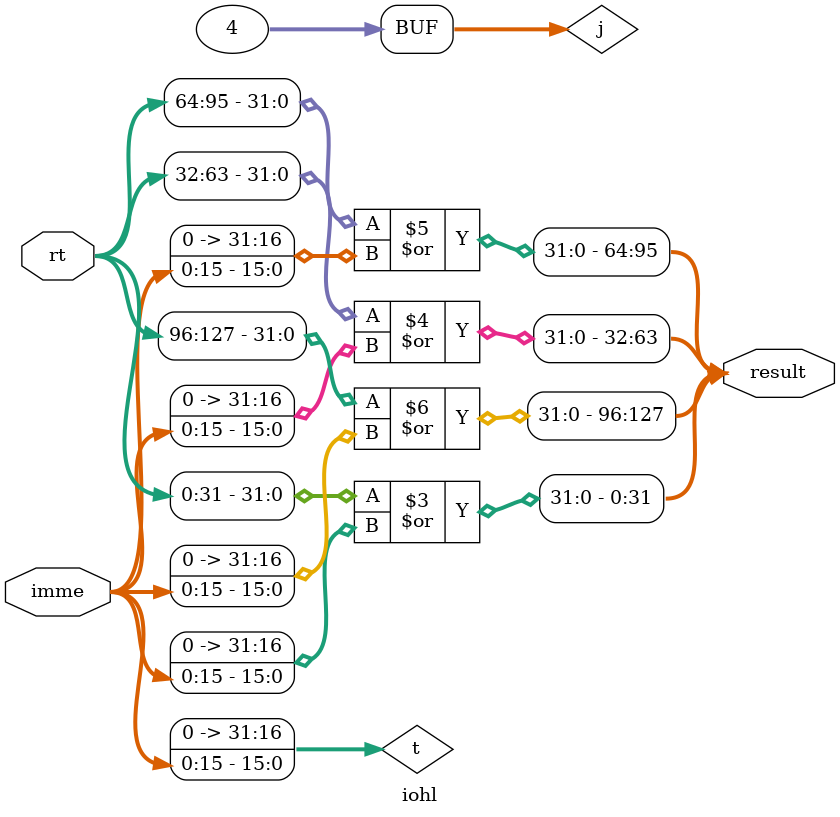
<source format=v>
module iohl(
  input [0:127] rt,
  input [0:15] imme,

  output reg [0:127] result
);
integer j;
reg [0:31] t;
always @(*) begin
  t = {16'b0, imme};
  for (j = 0; j < 4; j = j + 1) begin
    result[j*32 +: 32] = rt[j*32 +: 32] | t;
  end
end
endmodule
</source>
